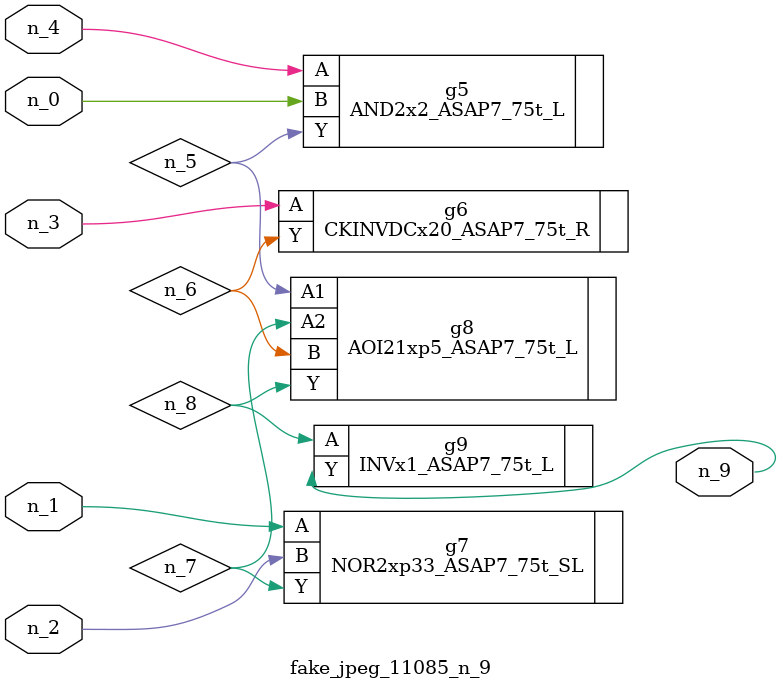
<source format=v>
module fake_jpeg_11085_n_9 (n_3, n_2, n_1, n_0, n_4, n_9);

input n_3;
input n_2;
input n_1;
input n_0;
input n_4;

output n_9;

wire n_8;
wire n_6;
wire n_5;
wire n_7;

AND2x2_ASAP7_75t_L g5 ( 
.A(n_4),
.B(n_0),
.Y(n_5)
);

CKINVDCx20_ASAP7_75t_R g6 ( 
.A(n_3),
.Y(n_6)
);

NOR2xp33_ASAP7_75t_SL g7 ( 
.A(n_1),
.B(n_2),
.Y(n_7)
);

AOI21xp5_ASAP7_75t_L g8 ( 
.A1(n_5),
.A2(n_7),
.B(n_6),
.Y(n_8)
);

INVx1_ASAP7_75t_L g9 ( 
.A(n_8),
.Y(n_9)
);


endmodule
</source>
